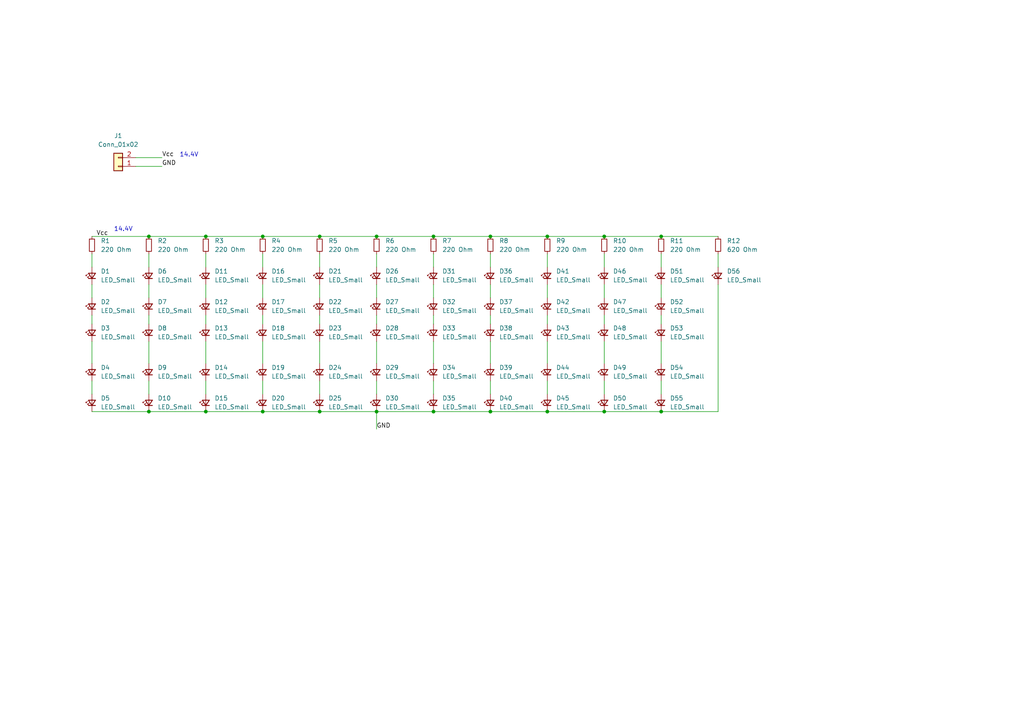
<source format=kicad_sch>
(kicad_sch (version 20230121) (generator eeschema)
  (paper "A4")
  (title_block (title "Brake_Light") (date "2023-10-22") (rev "v1.0") (company "TTR_8th") (comment 1 "Designed By Howard Lee"))
  (lib_symbols
    (symbol "Connector_Generic:Conn_01x02" (pin_names (offset 1.016) hide)
      (property "Reference" "J" (at 0 2.54 0))
      (property "Value" "Conn_01x02" (at 0 -5.08 0))
      (symbol "Conn_01x02_1_1"
        (rectangle (start -1.27 -2.413) (end 0 -2.667) (stroke (width 0.1524)))
        (rectangle (start -1.27 0.127) (end 0 -0.127) (stroke (width 0.1524)))
        (rectangle (start -1.27 1.27) (end 1.27 -3.81) (stroke (width 0.254)) (fill (type background)))
        (pin passive line (at -5.08 0 0) (length 3.81) (name "Pin_1") (number "1"))
        (pin passive line (at -5.08 -2.54 0) (length 3.81) (name "Pin_2") (number "2"))
      )
    )
    (symbol "Device:LED_Small" (pin_numbers hide) (pin_names (offset 0.254) hide)
      (property "Reference" "D" (at -1.27 3.175 0))
      (property "Value" "LED_Small" (at -4.445 -2.54 0))
      (symbol "LED_Small_0_1"
        (polyline (pts (xy -0.762 -1.016) (xy -0.762 1.016)) (stroke (width 0.254)))
        (polyline (pts (xy 1.016 0) (xy -0.762 0)))
        (polyline (pts (xy 0.762 -1.016) (xy -0.762 0) (xy 0.762 1.016) (xy 0.762 -1.016)) (stroke (width 0.254)))
        (polyline (pts (xy 0 0.762) (xy -0.508 1.27) (xy -0.254 1.27) (xy -0.508 1.27) (xy -0.508 1.016)))
        (polyline (pts (xy 0.508 1.27) (xy 0 1.778) (xy 0.254 1.778) (xy 0 1.778) (xy 0 1.524)))
      )
      (symbol "LED_Small_1_1"
        (pin passive line (at -2.54 0 0) (length 1.778) (name "K") (number "1"))
        (pin passive line (at 2.54 0 180) (length 1.778) (name "A") (number "2"))
      )
    )
    (symbol "Device:R_Small" (pin_numbers hide) (pin_names (offset 0.254) hide)
      (property "Reference" "R" (at 0.762 0.508 0))
      (property "Value" "R_Small" (at 0.762 -1.016 0))
      (symbol "R_Small_0_1"
        (rectangle (start -0.762 1.778) (end 0.762 -1.778) (stroke (width 0.2032)))
      )
      (symbol "R_Small_1_1"
        (pin passive line (at 0 2.54 270) (length 0.762) (name "~") (number "1"))
        (pin passive line (at 0 -2.54 90) (length 0.762) (name "~") (number "2"))
      )
    )
  )
  (junction (at 158.75 68.58))
  (junction (at 191.77 119.38))
  (junction (at 59.69 119.38))
  (junction (at 109.22 119.38))
  (junction (at 76.2 68.58))
  (junction (at 125.73 68.58))
  (junction (at 92.71 119.38))
  (junction (at 158.75 119.38))
  (junction (at 175.26 68.58))
  (junction (at 175.26 119.38))
  (junction (at 109.22 68.58))
  (junction (at 142.24 68.58))
  (junction (at 125.73 119.38))
  (junction (at 191.77 68.58))
  (junction (at 59.69 68.58))
  (junction (at 142.24 119.38))
  (junction (at 43.18 68.58))
  (junction (at 92.71 68.58))
  (junction (at 76.2 119.38))
  (junction (at 43.18 119.38))
  (wire (pts (xy 125.73 82.55) (xy 125.73 86.36)))
  (wire (pts (xy 76.2 91.44) (xy 76.2 93.98)))
  (wire (pts (xy 76.2 110.49) (xy 76.2 114.3)))
  (wire (pts (xy 59.69 91.44) (xy 59.69 93.98)))
  (wire (pts (xy 158.75 91.44) (xy 158.75 93.98)))
  (wire (pts (xy 76.2 68.58) (xy 92.71 68.58)))
  (wire (pts (xy 76.2 82.55) (xy 76.2 86.36)))
  (wire (pts (xy 191.77 91.44) (xy 191.77 93.98)))
  (wire (pts (xy 59.69 99.06) (xy 59.69 105.41)))
  (wire (pts (xy 109.22 124.46) (xy 109.22 119.38)))
  (wire (pts (xy 92.71 68.58) (xy 109.22 68.58)))
  (wire (pts (xy 109.22 91.44) (xy 109.22 93.98)))
  (wire (pts (xy 142.24 73.66) (xy 142.24 77.47)))
  (wire (pts (xy 59.69 119.38) (xy 76.2 119.38)))
  (wire (pts (xy 43.18 68.58) (xy 59.69 68.58)))
  (wire (pts (xy 191.77 110.49) (xy 191.77 114.3)))
  (wire (pts (xy 92.71 82.55) (xy 92.71 86.36)))
  (wire (pts (xy 59.69 82.55) (xy 59.69 86.36)))
  (wire (pts (xy 43.18 91.44) (xy 43.18 93.98)))
  (wire (pts (xy 208.28 119.38) (xy 191.77 119.38)))
  (wire (pts (xy 142.24 68.58) (xy 158.75 68.58)))
  (wire (pts (xy 191.77 99.06) (xy 191.77 105.41)))
  (wire (pts (xy 109.22 119.38) (xy 125.73 119.38)))
  (wire (pts (xy 175.26 110.49) (xy 175.26 114.3)))
  (wire (pts (xy 92.71 110.49) (xy 92.71 114.3)))
  (wire (pts (xy 125.73 110.49) (xy 125.73 114.3)))
  (wire (pts (xy 208.28 73.66) (xy 208.28 77.47)))
  (wire (pts (xy 125.73 68.58) (xy 142.24 68.58)))
  (wire (pts (xy 175.26 68.58) (xy 191.77 68.58)))
  (wire (pts (xy 109.22 68.58) (xy 125.73 68.58)))
  (wire (pts (xy 59.69 73.66) (xy 59.69 77.47)))
  (wire (pts (xy 43.18 119.38) (xy 59.69 119.38)))
  (wire (pts (xy 142.24 119.38) (xy 158.75 119.38)))
  (wire (pts (xy 175.26 73.66) (xy 175.26 77.47)))
  (wire (pts (xy 26.67 119.38) (xy 43.18 119.38)))
  (wire (pts (xy 158.75 73.66) (xy 158.75 77.47)))
  (wire (pts (xy 175.26 99.06) (xy 175.26 105.41)))
  (wire (pts (xy 26.67 82.55) (xy 26.67 86.36)))
  (wire (pts (xy 125.73 91.44) (xy 125.73 93.98)))
  (wire (pts (xy 158.75 68.58) (xy 175.26 68.58)))
  (wire (pts (xy 46.99 48.26) (xy 39.37 48.26)))
  (wire (pts (xy 26.67 68.58) (xy 43.18 68.58)))
  (wire (pts (xy 92.71 73.66) (xy 92.71 77.47)))
  (wire (pts (xy 76.2 99.06) (xy 76.2 105.41)))
  (wire (pts (xy 92.71 91.44) (xy 92.71 93.98)))
  (wire (pts (xy 191.77 82.55) (xy 191.77 86.36)))
  (wire (pts (xy 175.26 82.55) (xy 175.26 86.36)))
  (wire (pts (xy 158.75 82.55) (xy 158.75 86.36)))
  (wire (pts (xy 191.77 73.66) (xy 191.77 77.47)))
  (wire (pts (xy 142.24 99.06) (xy 142.24 105.41)))
  (wire (pts (xy 76.2 73.66) (xy 76.2 77.47)))
  (wire (pts (xy 208.28 82.55) (xy 208.28 119.38)))
  (wire (pts (xy 175.26 119.38) (xy 191.77 119.38)))
  (wire (pts (xy 26.67 110.49) (xy 26.67 114.3)))
  (wire (pts (xy 43.18 110.49) (xy 43.18 114.3)))
  (wire (pts (xy 191.77 68.58) (xy 208.28 68.58)))
  (wire (pts (xy 175.26 91.44) (xy 175.26 93.98)))
  (wire (pts (xy 43.18 82.55) (xy 43.18 86.36)))
  (wire (pts (xy 26.67 99.06) (xy 26.67 105.41)))
  (wire (pts (xy 59.69 110.49) (xy 59.69 114.3)))
  (wire (pts (xy 92.71 119.38) (xy 109.22 119.38)))
  (wire (pts (xy 142.24 82.55) (xy 142.24 86.36)))
  (wire (pts (xy 125.73 73.66) (xy 125.73 77.47)))
  (wire (pts (xy 26.67 73.66) (xy 26.67 77.47)))
  (wire (pts (xy 109.22 110.49) (xy 109.22 114.3)))
  (wire (pts (xy 158.75 110.49) (xy 158.75 114.3)))
  (wire (pts (xy 109.22 82.55) (xy 109.22 86.36)))
  (wire (pts (xy 26.67 91.44) (xy 26.67 93.98)))
  (wire (pts (xy 43.18 73.66) (xy 43.18 77.47)))
  (wire (pts (xy 46.99 45.72) (xy 39.37 45.72)))
  (wire (pts (xy 43.18 99.06) (xy 43.18 105.41)))
  (wire (pts (xy 142.24 110.49) (xy 142.24 114.3)))
  (wire (pts (xy 125.73 119.38) (xy 142.24 119.38)))
  (wire (pts (xy 59.69 68.58) (xy 76.2 68.58)))
  (wire (pts (xy 109.22 99.06) (xy 109.22 105.41)))
  (wire (pts (xy 76.2 119.38) (xy 92.71 119.38)))
  (wire (pts (xy 158.75 99.06) (xy 158.75 105.41)))
  (wire (pts (xy 125.73 99.06) (xy 125.73 105.41)))
  (wire (pts (xy 109.22 73.66) (xy 109.22 77.47)))
  (wire (pts (xy 142.24 91.44) (xy 142.24 93.98)))
  (wire (pts (xy 158.75 119.38) (xy 175.26 119.38)))
  (wire (pts (xy 92.71 99.06) (xy 92.71 105.41)))
  (text "14.4V" (at 33.02 67.31 0) (effects (font (size 1.27 1.27)) (justify left bottom)))
  (text "14.4V" (at 52.07 45.72 0) (effects (font (size 1.27 1.27)) (justify left bottom)))
  (label "Vcc" (at 27.94 68.58 0))
  (label "Vcc" (at 46.99 45.72 0))
  (label "GND" (at 46.99 48.26 0))
  (label "GND" (at 109.22 124.46 0))
  (symbol (lib_id "Device:LED_Small") (at 92.71 116.84 90) (unit 1)
    (property "Reference" "D25" (at 95.25 115.5065 90) (effects (justify right)))
    (property "Value" "LED_Small" (at 95.25 118.0465 90) (effects (justify right)))
    (property "Footprint" "LED_SMD:LED_0805_2012Metric" (effects hide))
  )
  (symbol (lib_id "Device:LED_Small") (at 92.71 88.9 90) (unit 1)
    (property "Reference" "D22" (at 95.25 87.5665 90) (effects (justify right)))
    (property "Value" "LED_Small" (at 95.25 90.1065 90) (effects (justify right)))
    (property "Footprint" "LED_SMD:LED_0805_2012Metric" (effects hide))
  )
  (symbol (lib_id "Device:LED_Small") (at 26.67 96.52 90) (unit 1)
    (property "Reference" "D3" (at 29.21 95.1865 90) (effects (justify right)))
    (property "Value" "LED_Small" (at 29.21 97.7265 90) (effects (justify right)))
    (property "Footprint" "LED_SMD:LED_0805_2012Metric" (effects hide))
  )
  (symbol (lib_id "Device:LED_Small") (at 191.77 116.84 90) (unit 1)
    (property "Reference" "D55" (at 194.31 115.5065 90) (effects (justify right)))
    (property "Value" "LED_Small" (at 194.31 118.0465 90) (effects (justify right)))
    (property "Footprint" "LED_SMD:LED_0805_2012Metric" (effects hide))
  )
  (symbol (lib_id "Device:LED_Small") (at 43.18 96.52 90) (unit 1)
    (property "Reference" "D8" (at 45.72 95.1865 90) (effects (justify right)))
    (property "Value" "LED_Small" (at 45.72 97.7265 90) (effects (justify right)))
    (property "Footprint" "LED_SMD:LED_0805_2012Metric" (effects hide))
  )
  (symbol (lib_id "Device:LED_Small") (at 109.22 80.01 90) (unit 1)
    (property "Reference" "D26" (at 111.76 78.6765 90) (effects (justify right)))
    (property "Value" "LED_Small" (at 111.76 81.2165 90) (effects (justify right)))
    (property "Footprint" "LED_SMD:LED_0805_2012Metric" (effects hide))
  )
  (symbol (lib_id "Device:LED_Small") (at 142.24 96.52 90) (unit 1)
    (property "Reference" "D38" (at 144.78 95.1865 90) (effects (justify right)))
    (property "Value" "LED_Small" (at 144.78 97.7265 90) (effects (justify right)))
    (property "Footprint" "LED_SMD:LED_0805_2012Metric" (effects hide))
  )
  (symbol (lib_id "Device:LED_Small") (at 59.69 96.52 90) (unit 1)
    (property "Reference" "D13" (at 62.23 95.1865 90) (effects (justify right)))
    (property "Value" "LED_Small" (at 62.23 97.7265 90) (effects (justify right)))
    (property "Footprint" "LED_SMD:LED_0805_2012Metric" (effects hide))
  )
  (symbol (lib_id "Device:LED_Small") (at 109.22 96.52 90) (unit 1)
    (property "Reference" "D28" (at 111.76 95.1865 90) (effects (justify right)))
    (property "Value" "LED_Small" (at 111.76 97.7265 90) (effects (justify right)))
    (property "Footprint" "LED_SMD:LED_0805_2012Metric" (effects hide))
  )
  (symbol (lib_id "Connector_Generic:Conn_01x02") (at 34.29 48.26 180) (unit 1)
    (property "Reference" "J1" (at 34.29 39.37 0))
    (property "Value" "Conn_01x02" (at 34.29 41.91 0))
    (property "Footprint" "Connector_JST:JST_XH_B2B-XH-A_1x02_P2.50mm_Vertical" (effects hide))
  )
  (symbol (lib_id "Device:R_Small") (at 109.22 71.12 0) (unit 1)
    (property "Reference" "R6" (at 111.76 69.85 0) (effects (justify left)))
    (property "Value" "220 Ohm" (at 111.76 72.39 0) (effects (justify left)))
    (property "Footprint" "Resistor_SMD:R_0805_2012Metric" (effects hide))
  )
  (symbol (lib_id "Device:LED_Small") (at 59.69 116.84 90) (unit 1)
    (property "Reference" "D15" (at 62.23 115.5065 90) (effects (justify right)))
    (property "Value" "LED_Small" (at 62.23 118.0465 90) (effects (justify right)))
    (property "Footprint" "LED_SMD:LED_0805_2012Metric" (effects hide))
  )
  (symbol (lib_id "Device:R_Small") (at 175.26 71.12 0) (unit 1)
    (property "Reference" "R10" (at 177.8 69.85 0) (effects (justify left)))
    (property "Value" "220 Ohm" (at 177.8 72.39 0) (effects (justify left)))
    (property "Footprint" "Resistor_SMD:R_0805_2012Metric" (effects hide))
  )
  (symbol (lib_id "Device:LED_Small") (at 208.28 80.01 90) (unit 1)
    (property "Reference" "D56" (at 210.82 78.6765 90) (effects (justify right)))
    (property "Value" "LED_Small" (at 210.82 81.2165 90) (effects (justify right)))
    (property "Footprint" "LED_SMD:LED_0805_2012Metric" (effects hide))
  )
  (symbol (lib_id "Device:R_Small") (at 142.24 71.12 0) (unit 1)
    (property "Reference" "R8" (at 144.78 69.85 0) (effects (justify left)))
    (property "Value" "220 Ohm" (at 144.78 72.39 0) (effects (justify left)))
    (property "Footprint" "Resistor_SMD:R_0805_2012Metric" (effects hide))
  )
  (symbol (lib_id "Device:R_Small") (at 208.28 71.12 0) (unit 1)
    (property "Reference" "R12" (at 210.82 69.85 0) (effects (justify left)))
    (property "Value" "620 Ohm" (at 210.82 72.39 0) (effects (justify left)))
    (property "Footprint" "Resistor_SMD:R_0805_2012Metric" (effects hide))
  )
  (symbol (lib_id "Device:R_Small") (at 76.2 71.12 0) (unit 1)
    (property "Reference" "R4" (at 78.74 69.85 0) (effects (justify left)))
    (property "Value" "220 Ohm" (at 78.74 72.39 0) (effects (justify left)))
    (property "Footprint" "Resistor_SMD:R_0805_2012Metric" (effects hide))
  )
  (symbol (lib_id "Device:R_Small") (at 59.69 71.12 0) (unit 1)
    (property "Reference" "R3" (at 62.23 69.85 0) (effects (justify left)))
    (property "Value" "220 Ohm" (at 62.23 72.39 0) (effects (justify left)))
    (property "Footprint" "Resistor_SMD:R_0805_2012Metric" (effects hide))
  )
  (symbol (lib_id "Device:LED_Small") (at 158.75 96.52 90) (unit 1)
    (property "Reference" "D43" (at 161.29 95.1865 90) (effects (justify right)))
    (property "Value" "LED_Small" (at 161.29 97.7265 90) (effects (justify right)))
    (property "Footprint" "LED_SMD:LED_0805_2012Metric" (effects hide))
  )
  (symbol (lib_id "Device:LED_Small") (at 43.18 88.9 90) (unit 1)
    (property "Reference" "D7" (at 45.72 87.5665 90) (effects (justify right)))
    (property "Value" "LED_Small" (at 45.72 90.1065 90) (effects (justify right)))
    (property "Footprint" "LED_SMD:LED_0805_2012Metric" (effects hide))
  )
  (symbol (lib_id "Device:LED_Small") (at 43.18 116.84 90) (unit 1)
    (property "Reference" "D10" (at 45.72 115.5065 90) (effects (justify right)))
    (property "Value" "LED_Small" (at 45.72 118.0465 90) (effects (justify right)))
    (property "Footprint" "LED_SMD:LED_0805_2012Metric" (effects hide))
  )
  (symbol (lib_id "Device:LED_Small") (at 158.75 116.84 90) (unit 1)
    (property "Reference" "D45" (at 161.29 115.5065 90) (effects (justify right)))
    (property "Value" "LED_Small" (at 161.29 118.0465 90) (effects (justify right)))
    (property "Footprint" "LED_SMD:LED_0805_2012Metric" (effects hide))
  )
  (symbol (lib_id "Device:LED_Small") (at 76.2 96.52 90) (unit 1)
    (property "Reference" "D18" (at 78.74 95.1865 90) (effects (justify right)))
    (property "Value" "LED_Small" (at 78.74 97.7265 90) (effects (justify right)))
    (property "Footprint" "LED_SMD:LED_0805_2012Metric" (effects hide))
  )
  (symbol (lib_id "Device:LED_Small") (at 92.71 80.01 90) (unit 1)
    (property "Reference" "D21" (at 95.25 78.6765 90) (effects (justify right)))
    (property "Value" "LED_Small" (at 95.25 81.2165 90) (effects (justify right)))
    (property "Footprint" "LED_SMD:LED_0805_2012Metric" (effects hide))
  )
  (symbol (lib_id "Device:LED_Small") (at 175.26 80.01 90) (unit 1)
    (property "Reference" "D46" (at 177.8 78.6765 90) (effects (justify right)))
    (property "Value" "LED_Small" (at 177.8 81.2165 90) (effects (justify right)))
    (property "Footprint" "LED_SMD:LED_0805_2012Metric" (effects hide))
  )
  (symbol (lib_id "Device:LED_Small") (at 125.73 116.84 90) (unit 1)
    (property "Reference" "D35" (at 128.27 115.5065 90) (effects (justify right)))
    (property "Value" "LED_Small" (at 128.27 118.0465 90) (effects (justify right)))
    (property "Footprint" "LED_SMD:LED_0805_2012Metric" (effects hide))
  )
  (symbol (lib_id "Device:R_Small") (at 92.71 71.12 0) (unit 1)
    (property "Reference" "R5" (at 95.25 69.85 0) (effects (justify left)))
    (property "Value" "220 Ohm" (at 95.25 72.39 0) (effects (justify left)))
    (property "Footprint" "Resistor_SMD:R_0805_2012Metric" (effects hide))
  )
  (symbol (lib_id "Device:LED_Small") (at 125.73 96.52 90) (unit 1)
    (property "Reference" "D33" (at 128.27 95.1865 90) (effects (justify right)))
    (property "Value" "LED_Small" (at 128.27 97.7265 90) (effects (justify right)))
    (property "Footprint" "LED_SMD:LED_0805_2012Metric" (effects hide))
  )
  (symbol (lib_id "Device:LED_Small") (at 92.71 107.95 90) (unit 1)
    (property "Reference" "D24" (at 95.25 106.6165 90) (effects (justify right)))
    (property "Value" "LED_Small" (at 95.25 109.1565 90) (effects (justify right)))
    (property "Footprint" "LED_SMD:LED_0805_2012Metric" (effects hide))
  )
  (symbol (lib_id "Device:LED_Small") (at 76.2 88.9 90) (unit 1)
    (property "Reference" "D17" (at 78.74 87.5665 90) (effects (justify right)))
    (property "Value" "LED_Small" (at 78.74 90.1065 90) (effects (justify right)))
    (property "Footprint" "LED_SMD:LED_0805_2012Metric" (effects hide))
  )
  (symbol (lib_id "Device:LED_Small") (at 109.22 88.9 90) (unit 1)
    (property "Reference" "D27" (at 111.76 87.5665 90) (effects (justify right)))
    (property "Value" "LED_Small" (at 111.76 90.1065 90) (effects (justify right)))
    (property "Footprint" "LED_SMD:LED_0805_2012Metric" (effects hide))
  )
  (symbol (lib_id "Device:LED_Small") (at 191.77 107.95 90) (unit 1)
    (property "Reference" "D54" (at 194.31 106.6165 90) (effects (justify right)))
    (property "Value" "LED_Small" (at 194.31 109.1565 90) (effects (justify right)))
    (property "Footprint" "LED_SMD:LED_0805_2012Metric" (effects hide))
  )
  (symbol (lib_id "Device:LED_Small") (at 26.67 88.9 90) (unit 1)
    (property "Reference" "D2" (at 29.21 87.5665 90) (effects (justify right)))
    (property "Value" "LED_Small" (at 29.21 90.1065 90) (effects (justify right)))
    (property "Footprint" "LED_SMD:LED_0805_2012Metric" (effects hide))
  )
  (symbol (lib_id "Device:LED_Small") (at 109.22 107.95 90) (unit 1)
    (property "Reference" "D29" (at 111.76 106.6165 90) (effects (justify right)))
    (property "Value" "LED_Small" (at 111.76 109.1565 90) (effects (justify right)))
    (property "Footprint" "LED_SMD:LED_0805_2012Metric" (effects hide))
  )
  (symbol (lib_id "Device:LED_Small") (at 158.75 107.95 90) (unit 1)
    (property "Reference" "D44" (at 161.29 106.6165 90) (effects (justify right)))
    (property "Value" "LED_Small" (at 161.29 109.1565 90) (effects (justify right)))
    (property "Footprint" "LED_SMD:LED_0805_2012Metric" (effects hide))
  )
  (symbol (lib_id "Device:LED_Small") (at 109.22 116.84 90) (unit 1)
    (property "Reference" "D30" (at 111.76 115.5065 90) (effects (justify right)))
    (property "Value" "LED_Small" (at 111.76 118.0465 90) (effects (justify right)))
    (property "Footprint" "LED_SMD:LED_0805_2012Metric" (effects hide))
  )
  (symbol (lib_id "Device:R_Small") (at 191.77 71.12 0) (unit 1)
    (property "Reference" "R11" (at 194.31 69.85 0) (effects (justify left)))
    (property "Value" "220 Ohm" (at 194.31 72.39 0) (effects (justify left)))
    (property "Footprint" "Resistor_SMD:R_0805_2012Metric" (effects hide))
  )
  (symbol (lib_id "Device:LED_Small") (at 158.75 88.9 90) (unit 1)
    (property "Reference" "D42" (at 161.29 87.5665 90) (effects (justify right)))
    (property "Value" "LED_Small" (at 161.29 90.1065 90) (effects (justify right)))
    (property "Footprint" "LED_SMD:LED_0805_2012Metric" (effects hide))
  )
  (symbol (lib_id "Device:LED_Small") (at 142.24 88.9 90) (unit 1)
    (property "Reference" "D37" (at 144.78 87.5665 90) (effects (justify right)))
    (property "Value" "LED_Small" (at 144.78 90.1065 90) (effects (justify right)))
    (property "Footprint" "LED_SMD:LED_0805_2012Metric" (effects hide))
  )
  (symbol (lib_id "Device:LED_Small") (at 76.2 116.84 90) (unit 1)
    (property "Reference" "D20" (at 78.74 115.5065 90) (effects (justify right)))
    (property "Value" "LED_Small" (at 78.74 118.0465 90) (effects (justify right)))
    (property "Footprint" "LED_SMD:LED_0805_2012Metric" (effects hide))
  )
  (symbol (lib_id "Device:LED_Small") (at 59.69 88.9 90) (unit 1)
    (property "Reference" "D12" (at 62.23 87.5665 90) (effects (justify right)))
    (property "Value" "LED_Small" (at 62.23 90.1065 90) (effects (justify right)))
    (property "Footprint" "LED_SMD:LED_0805_2012Metric" (effects hide))
  )
  (symbol (lib_id "Device:LED_Small") (at 175.26 96.52 90) (unit 1)
    (property "Reference" "D48" (at 177.8 95.1865 90) (effects (justify right)))
    (property "Value" "LED_Small" (at 177.8 97.7265 90) (effects (justify right)))
    (property "Footprint" "LED_SMD:LED_0805_2012Metric" (effects hide))
  )
  (symbol (lib_id "Device:LED_Small") (at 191.77 96.52 90) (unit 1)
    (property "Reference" "D53" (at 194.31 95.1865 90) (effects (justify right)))
    (property "Value" "LED_Small" (at 194.31 97.7265 90) (effects (justify right)))
    (property "Footprint" "LED_SMD:LED_0805_2012Metric" (effects hide))
  )
  (symbol (lib_id "Device:R_Small") (at 158.75 71.12 0) (unit 1)
    (property "Reference" "R9" (at 161.29 69.85 0) (effects (justify left)))
    (property "Value" "220 Ohm" (at 161.29 72.39 0) (effects (justify left)))
    (property "Footprint" "Resistor_SMD:R_0805_2012Metric" (effects hide))
  )
  (symbol (lib_id "Device:LED_Small") (at 175.26 88.9 90) (unit 1)
    (property "Reference" "D47" (at 177.8 87.5665 90) (effects (justify right)))
    (property "Value" "LED_Small" (at 177.8 90.1065 90) (effects (justify right)))
    (property "Footprint" "LED_SMD:LED_0805_2012Metric" (effects hide))
  )
  (symbol (lib_id "Device:LED_Small") (at 43.18 107.95 90) (unit 1)
    (property "Reference" "D9" (at 45.72 106.6165 90) (effects (justify right)))
    (property "Value" "LED_Small" (at 45.72 109.1565 90) (effects (justify right)))
    (property "Footprint" "LED_SMD:LED_0805_2012Metric" (effects hide))
  )
  (symbol (lib_id "Device:LED_Small") (at 142.24 80.01 90) (unit 1)
    (property "Reference" "D36" (at 144.78 78.6765 90) (effects (justify right)))
    (property "Value" "LED_Small" (at 144.78 81.2165 90) (effects (justify right)))
    (property "Footprint" "LED_SMD:LED_0805_2012Metric" (effects hide))
  )
  (symbol (lib_id "Device:LED_Small") (at 76.2 80.01 90) (unit 1)
    (property "Reference" "D16" (at 78.74 78.6765 90) (effects (justify right)))
    (property "Value" "LED_Small" (at 78.74 81.2165 90) (effects (justify right)))
    (property "Footprint" "LED_SMD:LED_0805_2012Metric" (effects hide))
  )
  (symbol (lib_id "Device:LED_Small") (at 142.24 107.95 90) (unit 1)
    (property "Reference" "D39" (at 144.78 106.6165 90) (effects (justify right)))
    (property "Value" "LED_Small" (at 144.78 109.1565 90) (effects (justify right)))
    (property "Footprint" "LED_SMD:LED_0805_2012Metric" (effects hide))
  )
  (symbol (lib_id "Device:LED_Small") (at 125.73 80.01 90) (unit 1)
    (property "Reference" "D31" (at 128.27 78.6765 90) (effects (justify right)))
    (property "Value" "LED_Small" (at 128.27 81.2165 90) (effects (justify right)))
    (property "Footprint" "LED_SMD:LED_0805_2012Metric" (effects hide))
  )
  (symbol (lib_id "Device:LED_Small") (at 125.73 107.95 90) (unit 1)
    (property "Reference" "D34" (at 128.27 106.6165 90) (effects (justify right)))
    (property "Value" "LED_Small" (at 128.27 109.1565 90) (effects (justify right)))
    (property "Footprint" "LED_SMD:LED_0805_2012Metric" (effects hide))
  )
  (symbol (lib_id "Device:R_Small") (at 26.67 71.12 0) (unit 1)
    (property "Reference" "R1" (at 29.21 69.85 0) (effects (justify left)))
    (property "Value" "220 Ohm" (at 29.21 72.39 0) (effects (justify left)))
    (property "Footprint" "Resistor_SMD:R_0805_2012Metric" (effects hide))
  )
  (symbol (lib_id "Device:LED_Small") (at 125.73 88.9 90) (unit 1)
    (property "Reference" "D32" (at 128.27 87.5665 90) (effects (justify right)))
    (property "Value" "LED_Small" (at 128.27 90.1065 90) (effects (justify right)))
    (property "Footprint" "LED_SMD:LED_0805_2012Metric" (effects hide))
  )
  (symbol (lib_id "Device:LED_Small") (at 158.75 80.01 90) (unit 1)
    (property "Reference" "D41" (at 161.29 78.6765 90) (effects (justify right)))
    (property "Value" "LED_Small" (at 161.29 81.2165 90) (effects (justify right)))
    (property "Footprint" "LED_SMD:LED_0805_2012Metric" (effects hide))
  )
  (symbol (lib_id "Device:LED_Small") (at 59.69 107.95 90) (unit 1)
    (property "Reference" "D14" (at 62.23 106.6165 90) (effects (justify right)))
    (property "Value" "LED_Small" (at 62.23 109.1565 90) (effects (justify right)))
    (property "Footprint" "LED_SMD:LED_0805_2012Metric" (effects hide))
  )
  (symbol (lib_id "Device:LED_Small") (at 175.26 107.95 90) (unit 1)
    (property "Reference" "D49" (at 177.8 106.6165 90) (effects (justify right)))
    (property "Value" "LED_Small" (at 177.8 109.1565 90) (effects (justify right)))
    (property "Footprint" "LED_SMD:LED_0805_2012Metric" (effects hide))
  )
  (symbol (lib_id "Device:LED_Small") (at 43.18 80.01 90) (unit 1)
    (property "Reference" "D6" (at 45.72 78.6765 90) (effects (justify right)))
    (property "Value" "LED_Small" (at 45.72 81.2165 90) (effects (justify right)))
    (property "Footprint" "LED_SMD:LED_0805_2012Metric" (effects hide))
  )
  (symbol (lib_id "Device:R_Small") (at 43.18 71.12 0) (unit 1)
    (property "Reference" "R2" (at 45.72 69.85 0) (effects (justify left)))
    (property "Value" "220 Ohm" (at 45.72 72.39 0) (effects (justify left)))
    (property "Footprint" "Resistor_SMD:R_0805_2012Metric" (effects hide))
  )
  (symbol (lib_id "Device:LED_Small") (at 175.26 116.84 90) (unit 1)
    (property "Reference" "D50" (at 177.8 115.5065 90) (effects (justify right)))
    (property "Value" "LED_Small" (at 177.8 118.0465 90) (effects (justify right)))
    (property "Footprint" "LED_SMD:LED_0805_2012Metric" (effects hide))
  )
  (symbol (lib_id "Device:LED_Small") (at 76.2 107.95 90) (unit 1)
    (property "Reference" "D19" (at 78.74 106.6165 90) (effects (justify right)))
    (property "Value" "LED_Small" (at 78.74 109.1565 90) (effects (justify right)))
    (property "Footprint" "LED_SMD:LED_0805_2012Metric" (effects hide))
  )
  (symbol (lib_id "Device:LED_Small") (at 26.67 116.84 90) (unit 1)
    (property "Reference" "D5" (at 29.21 115.5065 90) (effects (justify right)))
    (property "Value" "LED_Small" (at 29.21 118.0465 90) (effects (justify right)))
    (property "Footprint" "LED_SMD:LED_0805_2012Metric" (effects hide))
  )
  (symbol (lib_id "Device:LED_Small") (at 142.24 116.84 90) (unit 1)
    (property "Reference" "D40" (at 144.78 115.5065 90) (effects (justify right)))
    (property "Value" "LED_Small" (at 144.78 118.0465 90) (effects (justify right)))
    (property "Footprint" "LED_SMD:LED_0805_2012Metric" (effects hide))
  )
  (symbol (lib_id "Device:LED_Small") (at 191.77 88.9 90) (unit 1)
    (property "Reference" "D52" (at 194.31 87.5665 90) (effects (justify right)))
    (property "Value" "LED_Small" (at 194.31 90.1065 90) (effects (justify right)))
    (property "Footprint" "LED_SMD:LED_0805_2012Metric" (effects hide))
  )
  (symbol (lib_id "Device:LED_Small") (at 26.67 80.01 90) (unit 1)
    (property "Reference" "D1" (at 29.21 78.6765 90) (effects (justify right)))
    (property "Value" "LED_Small" (at 29.21 81.2165 90) (effects (justify right)))
    (property "Footprint" "LED_SMD:LED_0805_2012Metric" (effects hide))
  )
  (symbol (lib_id "Device:LED_Small") (at 26.67 107.95 90) (unit 1)
    (property "Reference" "D4" (at 29.21 106.6165 90) (effects (justify right)))
    (property "Value" "LED_Small" (at 29.21 109.1565 90) (effects (justify right)))
    (property "Footprint" "LED_SMD:LED_0805_2012Metric" (effects hide))
  )
  (symbol (lib_id "Device:R_Small") (at 125.73 71.12 0) (unit 1)
    (property "Reference" "R7" (at 128.27 69.85 0) (effects (justify left)))
    (property "Value" "220 Ohm" (at 128.27 72.39 0) (effects (justify left)))
    (property "Footprint" "Resistor_SMD:R_0805_2012Metric" (effects hide))
  )
  (symbol (lib_id "Device:LED_Small") (at 92.71 96.52 90) (unit 1)
    (property "Reference" "D23" (at 95.25 95.1865 90) (effects (justify right)))
    (property "Value" "LED_Small" (at 95.25 97.7265 90) (effects (justify right)))
    (property "Footprint" "LED_SMD:LED_0805_2012Metric" (effects hide))
  )
  (symbol (lib_id "Device:LED_Small") (at 191.77 80.01 90) (unit 1)
    (property "Reference" "D51" (at 194.31 78.6765 90) (effects (justify right)))
    (property "Value" "LED_Small" (at 194.31 81.2165 90) (effects (justify right)))
    (property "Footprint" "LED_SMD:LED_0805_2012Metric" (effects hide))
  )
  (symbol (lib_id "Device:LED_Small") (at 59.69 80.01 90) (unit 1)
    (property "Reference" "D11" (at 62.23 78.6765 90) (effects (justify right)))
    (property "Value" "LED_Small" (at 62.23 81.2165 90) (effects (justify right)))
    (property "Footprint" "LED_SMD:LED_0805_2012Metric" (effects hide))
  )
)
</source>
